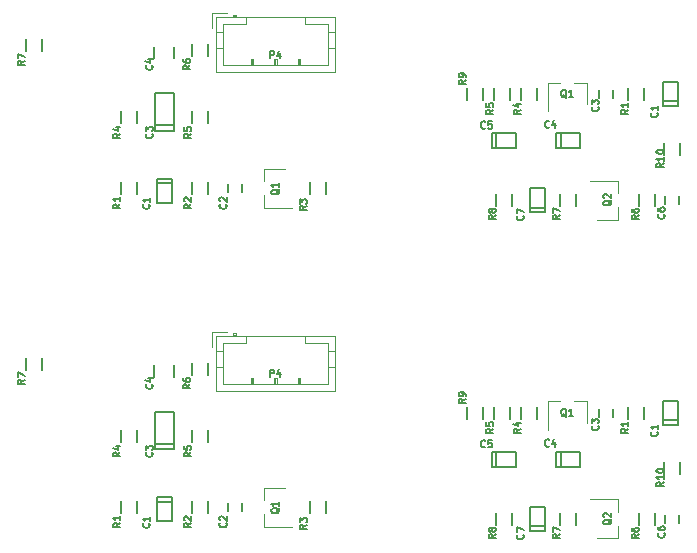
<source format=gto>
%MOIN*%
%OFA0B0*%
%FSLAX46Y46*%
%IPPOS*%
%LPD*%
%ADD10C,0.0039370078740157488*%
%ADD11C,0.005905511811023622*%
%ADD12C,0.0047244094488188976*%
%ADD23C,0.0039370078740157488*%
%ADD24C,0.005905511811023622*%
%ADD25C,0.0047244094488188976*%
%ADD26C,0.0039370078740157488*%
%ADD27C,0.005905511811023622*%
%ADD28C,0.0047244094488188976*%
%ADD29C,0.0039370078740157488*%
%ADD30C,0.005905511811023622*%
%ADD31C,0.0047244094488188976*%
G01G01*
D10*
D11*
X0000420275Y0000649606D02*
X0000420275Y0000610236D01*
X0000367125Y0000610236D02*
X0000367125Y0000649606D01*
D12*
X0000683261Y0000964748D02*
X0000683261Y0000779709D01*
X0000683261Y0000779709D02*
X0001080899Y0000779709D01*
X0001080899Y0000779709D02*
X0001080899Y0000964748D01*
X0001080899Y0000964748D02*
X0000683261Y0000964748D01*
X0000783655Y0000964748D02*
X0000783655Y0000941126D01*
X0000783655Y0000941126D02*
X0000706883Y0000941126D01*
X0000706883Y0000941126D02*
X0000706883Y0000803331D01*
X0000706883Y0000803331D02*
X0001057277Y0000803331D01*
X0001057277Y0000803331D02*
X0001057277Y0000941126D01*
X0001057277Y0000941126D02*
X0000980505Y0000941126D01*
X0000980505Y0000941126D02*
X0000980505Y0000964748D01*
X0000683261Y0000913567D02*
X0000706883Y0000913567D01*
X0000683261Y0000862386D02*
X0000706883Y0000862386D01*
X0001080899Y0000913567D02*
X0001057277Y0000913567D01*
X0001080899Y0000862386D02*
X0001057277Y0000862386D01*
X0000752159Y0000964748D02*
X0000752159Y0000972622D01*
X0000752159Y0000972622D02*
X0000740348Y0000972622D01*
X0000740348Y0000972622D02*
X0000740348Y0000964748D01*
X0000752159Y0000968685D02*
X0000740348Y0000968685D01*
X0000799403Y0000803331D02*
X0000799403Y0000823016D01*
X0000799403Y0000823016D02*
X0000807277Y0000823016D01*
X0000807277Y0000823016D02*
X0000807277Y0000803331D01*
X0000803340Y0000803331D02*
X0000803340Y0000823016D01*
X0000878143Y0000803331D02*
X0000878143Y0000823016D01*
X0000878143Y0000823016D02*
X0000886017Y0000823016D01*
X0000886017Y0000823016D02*
X0000886017Y0000803331D01*
X0000882080Y0000803331D02*
X0000882080Y0000823016D01*
X0000956883Y0000803331D02*
X0000956883Y0000823016D01*
X0000956883Y0000823016D02*
X0000964757Y0000823016D01*
X0000964757Y0000823016D02*
X0000964757Y0000803331D01*
X0000960820Y0000803331D02*
X0000960820Y0000823016D01*
X0000720663Y0000976559D02*
X0000671450Y0000976559D01*
X0000671450Y0000976559D02*
X0000671450Y0000927347D01*
D11*
X0000420275Y0000413385D02*
X0000420275Y0000374015D01*
X0000367125Y0000374015D02*
X0000367125Y0000413385D01*
X0000771653Y0000407480D02*
X0000771653Y0000379921D01*
X0000724409Y0000379921D02*
X0000724409Y0000407480D01*
D12*
X0000938976Y0000328740D02*
X0000844488Y0000328740D01*
X0000844488Y0000328740D02*
X0000844488Y0000370078D01*
X0000915354Y0000458661D02*
X0000844488Y0000458661D01*
X0000844488Y0000458661D02*
X0000844488Y0000417322D01*
D11*
X0000603346Y0000374015D02*
X0000603346Y0000413385D01*
X0000656496Y0000413385D02*
X0000656496Y0000374015D01*
X0000997047Y0000374015D02*
X0000997047Y0000413385D01*
X0001050196Y0000413385D02*
X0001050196Y0000374015D01*
X0000603346Y0000610236D02*
X0000603346Y0000649606D01*
X0000656496Y0000649606D02*
X0000656496Y0000610236D01*
X0000656496Y0000874015D02*
X0000656496Y0000834645D01*
X0000603346Y0000834645D02*
X0000603346Y0000874015D01*
X0000105314Y0000889763D02*
X0000105314Y0000850393D01*
X0000052165Y0000850393D02*
X0000052165Y0000889763D01*
X0000545275Y0000826771D02*
X0000545275Y0000866141D01*
X0000478346Y0000866141D02*
X0000478346Y0000826771D01*
X0000479965Y0000603847D02*
X0000543965Y0000603847D01*
X0000543965Y0000711847D02*
X0000479965Y0000711847D01*
X0000479965Y0000711847D02*
X0000479965Y0000585847D01*
X0000479965Y0000585847D02*
X0000543965Y0000585847D01*
X0000543965Y0000585847D02*
X0000543965Y0000711847D01*
X0000486965Y0000411012D02*
X0000536965Y0000411012D01*
X0000486965Y0000346012D02*
X0000536965Y0000346012D01*
X0000536965Y0000346012D02*
X0000536965Y0000426012D01*
X0000536965Y0000426012D02*
X0000486965Y0000426012D01*
X0000486965Y0000426012D02*
X0000486965Y0000346012D01*
X0000365016Y0000576013D02*
X0000353768Y0000568139D01*
X0000365016Y0000562514D02*
X0000341394Y0000562514D01*
X0000341394Y0000571513D01*
X0000342519Y0000573763D01*
X0000343644Y0000574888D01*
X0000345894Y0000576013D01*
X0000349268Y0000576013D01*
X0000351518Y0000574888D01*
X0000352643Y0000573763D01*
X0000353768Y0000571513D01*
X0000353768Y0000562514D01*
X0000349268Y0000596260D02*
X0000365016Y0000596260D01*
X0000340269Y0000590636D02*
X0000357142Y0000585012D01*
X0000357142Y0000599635D01*
X0000864645Y0000828078D02*
X0000864645Y0000851700D01*
X0000873644Y0000851700D01*
X0000875893Y0000850575D01*
X0000877018Y0000849450D01*
X0000878143Y0000847200D01*
X0000878143Y0000843826D01*
X0000877018Y0000841576D01*
X0000875893Y0000840451D01*
X0000873644Y0000839326D01*
X0000864645Y0000839326D01*
X0000898390Y0000843826D02*
X0000898390Y0000828078D01*
X0000892766Y0000852825D02*
X0000887142Y0000835952D01*
X0000901765Y0000835952D01*
X0000365016Y0000340551D02*
X0000353768Y0000332677D01*
X0000365016Y0000327052D02*
X0000341394Y0000327052D01*
X0000341394Y0000336051D01*
X0000342519Y0000338301D01*
X0000343644Y0000339426D01*
X0000345894Y0000340551D01*
X0000349268Y0000340551D01*
X0000351518Y0000339426D01*
X0000352643Y0000338301D01*
X0000353768Y0000336051D01*
X0000353768Y0000327052D01*
X0000365016Y0000363048D02*
X0000365016Y0000349550D01*
X0000365016Y0000356299D02*
X0000341394Y0000356299D01*
X0000344769Y0000354049D01*
X0000347019Y0000351799D01*
X0000348143Y0000349550D01*
X0000717097Y0000340551D02*
X0000718222Y0000339426D01*
X0000719347Y0000336051D01*
X0000719347Y0000333802D01*
X0000718222Y0000330427D01*
X0000715972Y0000328177D01*
X0000713723Y0000327052D01*
X0000709223Y0000325927D01*
X0000705849Y0000325927D01*
X0000701349Y0000327052D01*
X0000699100Y0000328177D01*
X0000696850Y0000330427D01*
X0000695725Y0000333802D01*
X0000695725Y0000336051D01*
X0000696850Y0000339426D01*
X0000697975Y0000340551D01*
X0000697975Y0000349550D02*
X0000696850Y0000350674D01*
X0000695725Y0000352924D01*
X0000695725Y0000358548D01*
X0000696850Y0000360798D01*
X0000697975Y0000361923D01*
X0000700224Y0000363048D01*
X0000702474Y0000363048D01*
X0000705849Y0000361923D01*
X0000719347Y0000348425D01*
X0000719347Y0000363048D01*
X0000894825Y0000390466D02*
X0000893700Y0000388217D01*
X0000891451Y0000385967D01*
X0000888076Y0000382592D01*
X0000886951Y0000380343D01*
X0000886951Y0000378093D01*
X0000892575Y0000379218D02*
X0000891451Y0000376968D01*
X0000889201Y0000374718D01*
X0000884701Y0000373593D01*
X0000876827Y0000373593D01*
X0000872328Y0000374718D01*
X0000870078Y0000376968D01*
X0000868953Y0000379218D01*
X0000868953Y0000383717D01*
X0000870078Y0000385967D01*
X0000872328Y0000388217D01*
X0000876827Y0000389341D01*
X0000884701Y0000389341D01*
X0000889201Y0000388217D01*
X0000891451Y0000385967D01*
X0000892575Y0000383717D01*
X0000892575Y0000379218D01*
X0000892575Y0000411839D02*
X0000892575Y0000398340D01*
X0000892575Y0000405089D02*
X0000868953Y0000405089D01*
X0000872328Y0000402840D01*
X0000874578Y0000400590D01*
X0000875702Y0000398340D01*
X0000601237Y0000340551D02*
X0000589988Y0000332677D01*
X0000601237Y0000327052D02*
X0000577615Y0000327052D01*
X0000577615Y0000336051D01*
X0000578740Y0000338301D01*
X0000579864Y0000339426D01*
X0000582114Y0000340551D01*
X0000585489Y0000340551D01*
X0000587739Y0000339426D01*
X0000588863Y0000338301D01*
X0000589988Y0000336051D01*
X0000589988Y0000327052D01*
X0000579864Y0000349550D02*
X0000578740Y0000350674D01*
X0000577615Y0000352924D01*
X0000577615Y0000358548D01*
X0000578740Y0000360798D01*
X0000579864Y0000361923D01*
X0000582114Y0000363048D01*
X0000584364Y0000363048D01*
X0000587739Y0000361923D01*
X0000601237Y0000348425D01*
X0000601237Y0000363048D01*
X0000987064Y0000334645D02*
X0000975815Y0000326771D01*
X0000987064Y0000321147D02*
X0000963442Y0000321147D01*
X0000963442Y0000330146D01*
X0000964566Y0000332395D01*
X0000965691Y0000333520D01*
X0000967941Y0000334645D01*
X0000971316Y0000334645D01*
X0000973565Y0000333520D01*
X0000974690Y0000332395D01*
X0000975815Y0000330146D01*
X0000975815Y0000321147D01*
X0000963442Y0000342519D02*
X0000963442Y0000357142D01*
X0000972440Y0000349268D01*
X0000972440Y0000352643D01*
X0000973565Y0000354893D01*
X0000974690Y0000356017D01*
X0000976940Y0000357142D01*
X0000982564Y0000357142D01*
X0000984814Y0000356017D01*
X0000985939Y0000354893D01*
X0000987064Y0000352643D01*
X0000987064Y0000345894D01*
X0000985939Y0000343644D01*
X0000984814Y0000342519D01*
X0000601237Y0000576013D02*
X0000589988Y0000568139D01*
X0000601237Y0000562514D02*
X0000577615Y0000562514D01*
X0000577615Y0000571513D01*
X0000578740Y0000573763D01*
X0000579864Y0000574888D01*
X0000582114Y0000576013D01*
X0000585489Y0000576013D01*
X0000587739Y0000574888D01*
X0000588863Y0000573763D01*
X0000589988Y0000571513D01*
X0000589988Y0000562514D01*
X0000577615Y0000597385D02*
X0000577615Y0000586137D01*
X0000588863Y0000585012D01*
X0000587739Y0000586137D01*
X0000586614Y0000588386D01*
X0000586614Y0000594011D01*
X0000587739Y0000596260D01*
X0000588863Y0000597385D01*
X0000591113Y0000598510D01*
X0000596737Y0000598510D01*
X0000598987Y0000597385D01*
X0000600112Y0000596260D01*
X0000601237Y0000594011D01*
X0000601237Y0000588386D01*
X0000600112Y0000586137D01*
X0000598987Y0000585012D01*
X0000597300Y0000803149D02*
X0000586051Y0000795275D01*
X0000597300Y0000789651D02*
X0000573678Y0000789651D01*
X0000573678Y0000798650D01*
X0000574803Y0000800899D01*
X0000575927Y0000802024D01*
X0000578177Y0000803149D01*
X0000581552Y0000803149D01*
X0000583802Y0000802024D01*
X0000584926Y0000800899D01*
X0000586051Y0000798650D01*
X0000586051Y0000789651D01*
X0000573678Y0000823397D02*
X0000573678Y0000818897D01*
X0000574803Y0000816647D01*
X0000575927Y0000815523D01*
X0000579302Y0000813273D01*
X0000583802Y0000812148D01*
X0000592800Y0000812148D01*
X0000595050Y0000813273D01*
X0000596175Y0000814398D01*
X0000597300Y0000816647D01*
X0000597300Y0000821147D01*
X0000596175Y0000823397D01*
X0000595050Y0000824521D01*
X0000592800Y0000825646D01*
X0000587176Y0000825646D01*
X0000584926Y0000824521D01*
X0000583802Y0000823397D01*
X0000582677Y0000821147D01*
X0000582677Y0000816647D01*
X0000583802Y0000814398D01*
X0000584926Y0000813273D01*
X0000587176Y0000812148D01*
X0000046119Y0000818897D02*
X0000034870Y0000811023D01*
X0000046119Y0000805399D02*
X0000022497Y0000805399D01*
X0000022497Y0000814398D01*
X0000023622Y0000816647D01*
X0000024746Y0000817772D01*
X0000026996Y0000818897D01*
X0000030371Y0000818897D01*
X0000032620Y0000817772D01*
X0000033745Y0000816647D01*
X0000034870Y0000814398D01*
X0000034870Y0000805399D01*
X0000022497Y0000826771D02*
X0000022497Y0000842519D01*
X0000046119Y0000832395D01*
X0000471034Y0000803149D02*
X0000472159Y0000802024D01*
X0000473284Y0000798650D01*
X0000473284Y0000796400D01*
X0000472159Y0000793025D01*
X0000469909Y0000790776D01*
X0000467660Y0000789651D01*
X0000463160Y0000788526D01*
X0000459786Y0000788526D01*
X0000455286Y0000789651D01*
X0000453037Y0000790776D01*
X0000450787Y0000793025D01*
X0000449662Y0000796400D01*
X0000449662Y0000798650D01*
X0000450787Y0000802024D01*
X0000451912Y0000803149D01*
X0000457536Y0000823397D02*
X0000473284Y0000823397D01*
X0000448537Y0000817772D02*
X0000465410Y0000812148D01*
X0000465410Y0000826771D01*
X0000471189Y0000576013D02*
X0000472314Y0000574888D01*
X0000473438Y0000571513D01*
X0000473438Y0000569264D01*
X0000472314Y0000565889D01*
X0000470064Y0000563639D01*
X0000467814Y0000562514D01*
X0000463315Y0000561390D01*
X0000459940Y0000561390D01*
X0000455441Y0000562514D01*
X0000453191Y0000563639D01*
X0000450941Y0000565889D01*
X0000449816Y0000569264D01*
X0000449816Y0000571513D01*
X0000450941Y0000574888D01*
X0000452066Y0000576013D01*
X0000449816Y0000583887D02*
X0000449816Y0000598510D01*
X0000458815Y0000590636D01*
X0000458815Y0000594011D01*
X0000459940Y0000596260D01*
X0000461065Y0000597385D01*
X0000463315Y0000598510D01*
X0000468939Y0000598510D01*
X0000471189Y0000597385D01*
X0000472314Y0000596260D01*
X0000473438Y0000594011D01*
X0000473438Y0000587261D01*
X0000472314Y0000585012D01*
X0000471189Y0000583887D01*
X0000461346Y0000339792D02*
X0000462471Y0000338667D01*
X0000463596Y0000335293D01*
X0000463596Y0000333043D01*
X0000462471Y0000329669D01*
X0000460221Y0000327419D01*
X0000457972Y0000326294D01*
X0000453472Y0000325169D01*
X0000450098Y0000325169D01*
X0000445598Y0000326294D01*
X0000443348Y0000327419D01*
X0000441099Y0000329669D01*
X0000439974Y0000333043D01*
X0000439974Y0000335293D01*
X0000441099Y0000338667D01*
X0000442224Y0000339792D01*
X0000463596Y0000362290D02*
X0000463596Y0000348791D01*
X0000463596Y0000355540D02*
X0000439974Y0000355540D01*
X0000443348Y0000353291D01*
X0000445598Y0000351041D01*
X0000446723Y0000348791D01*
G04 next file*
G04 #@! TF.FileFunction,Legend,Top*
G04 Gerber Fmt 4.6, Leading zero omitted, Abs format (unit mm)*
G04 Created by KiCad (PCBNEW 4.0.4-1.fc24-product) date Mon Apr 30 14:16:04 2018*
G01G01*
G04 APERTURE LIST*
G04 APERTURE END LIST*
D23*
D24*
X0001960629Y0000694881D02*
X0001960629Y0000722440D01*
X0002007874Y0000722440D02*
X0002007874Y0000694881D01*
D25*
X0001931102Y0000419291D02*
X0002025590Y0000419291D01*
X0002025590Y0000419291D02*
X0002025590Y0000377952D01*
X0001954724Y0000289370D02*
X0002025590Y0000289370D01*
X0002025590Y0000289370D02*
X0002025590Y0000330708D01*
D24*
X0001833267Y0000526181D02*
X0001833267Y0000576181D01*
X0001898267Y0000526181D02*
X0001898267Y0000576181D01*
X0001898267Y0000576181D02*
X0001818267Y0000576181D01*
X0001818267Y0000576181D02*
X0001818267Y0000526181D01*
X0001818267Y0000526181D02*
X0001898267Y0000526181D01*
D25*
X0001789370Y0000651574D02*
X0001789370Y0000746062D01*
X0001789370Y0000746062D02*
X0001830708Y0000746062D01*
X0001919291Y0000675196D02*
X0001919291Y0000746062D01*
X0001919291Y0000746062D02*
X0001877952Y0000746062D01*
D24*
X0001701771Y0000688976D02*
X0001701771Y0000728346D01*
X0001754921Y0000728346D02*
X0001754921Y0000688976D01*
X0002225787Y0000683661D02*
X0002175787Y0000683661D01*
X0002225787Y0000748661D02*
X0002175787Y0000748661D01*
X0002175787Y0000748661D02*
X0002175787Y0000668661D01*
X0002175787Y0000668661D02*
X0002225787Y0000668661D01*
X0002225787Y0000668661D02*
X0002225787Y0000748661D01*
X0002228346Y0000368110D02*
X0002228346Y0000340551D01*
X0002181102Y0000340551D02*
X0002181102Y0000368110D01*
X0001780905Y0000329330D02*
X0001730905Y0000329330D01*
X0001780905Y0000394330D02*
X0001730905Y0000394330D01*
X0001730905Y0000394330D02*
X0001730905Y0000314330D01*
X0001730905Y0000314330D02*
X0001780905Y0000314330D01*
X0001780905Y0000314330D02*
X0001780905Y0000394330D01*
X0002109251Y0000728346D02*
X0002109251Y0000688976D01*
X0002056102Y0000688976D02*
X0002056102Y0000728346D01*
X0001611220Y0000688976D02*
X0001611220Y0000728346D01*
X0001664370Y0000728346D02*
X0001664370Y0000688976D01*
X0002095472Y0000334645D02*
X0002095472Y0000374015D01*
X0002148622Y0000374015D02*
X0002148622Y0000334645D01*
X0001884842Y0000374015D02*
X0001884842Y0000334645D01*
X0001831692Y0000334645D02*
X0001831692Y0000374015D01*
X0001672244Y0000374015D02*
X0001672244Y0000334645D01*
X0001619094Y0000334645D02*
X0001619094Y0000374015D01*
X0001520669Y0000688976D02*
X0001520669Y0000728346D01*
X0001573818Y0000728346D02*
X0001573818Y0000688976D01*
X0002178149Y0000503936D02*
X0002178149Y0000543307D01*
X0002231299Y0000543307D02*
X0002231299Y0000503936D01*
X0001619119Y0000526210D02*
X0001619119Y0000576210D01*
X0001684119Y0000526210D02*
X0001684119Y0000576210D01*
X0001684119Y0000576210D02*
X0001604119Y0000576210D01*
X0001604119Y0000576210D02*
X0001604119Y0000526210D01*
X0001604119Y0000526210D02*
X0001684119Y0000526210D01*
X0001957255Y0000665354D02*
X0001958380Y0000664229D01*
X0001959505Y0000660854D01*
X0001959505Y0000658605D01*
X0001958380Y0000655230D01*
X0001956130Y0000652980D01*
X0001953880Y0000651855D01*
X0001949381Y0000650731D01*
X0001946006Y0000650731D01*
X0001941507Y0000651855D01*
X0001939257Y0000652980D01*
X0001937007Y0000655230D01*
X0001935882Y0000658605D01*
X0001935882Y0000660854D01*
X0001937007Y0000664229D01*
X0001938132Y0000665354D01*
X0001935882Y0000673228D02*
X0001935882Y0000687851D01*
X0001944881Y0000679977D01*
X0001944881Y0000683352D01*
X0001946006Y0000685601D01*
X0001947131Y0000686726D01*
X0001949381Y0000687851D01*
X0001955005Y0000687851D01*
X0001957255Y0000686726D01*
X0001958380Y0000685601D01*
X0001959505Y0000683352D01*
X0001959505Y0000676602D01*
X0001958380Y0000674353D01*
X0001957255Y0000673228D01*
X0002001481Y0000353065D02*
X0002000356Y0000350815D01*
X0001998106Y0000348565D01*
X0001994731Y0000345191D01*
X0001993607Y0000342941D01*
X0001993607Y0000340691D01*
X0001999231Y0000341816D02*
X0001998106Y0000339566D01*
X0001995856Y0000337317D01*
X0001991357Y0000336192D01*
X0001983483Y0000336192D01*
X0001978983Y0000337317D01*
X0001976734Y0000339566D01*
X0001975609Y0000341816D01*
X0001975609Y0000346316D01*
X0001976734Y0000348565D01*
X0001978983Y0000350815D01*
X0001983483Y0000351940D01*
X0001991357Y0000351940D01*
X0001995856Y0000350815D01*
X0001998106Y0000348565D01*
X0001999231Y0000346316D01*
X0001999231Y0000341816D01*
X0001977858Y0000360939D02*
X0001976734Y0000362064D01*
X0001975609Y0000364313D01*
X0001975609Y0000369938D01*
X0001976734Y0000372187D01*
X0001977858Y0000373312D01*
X0001980108Y0000374437D01*
X0001982358Y0000374437D01*
X0001985733Y0000373312D01*
X0001999231Y0000359814D01*
X0001999231Y0000374437D01*
X0001795275Y0000597862D02*
X0001794150Y0000596737D01*
X0001790776Y0000595612D01*
X0001788526Y0000595612D01*
X0001785151Y0000596737D01*
X0001782902Y0000598987D01*
X0001781777Y0000601237D01*
X0001780652Y0000605736D01*
X0001780652Y0000609111D01*
X0001781777Y0000613610D01*
X0001782902Y0000615860D01*
X0001785151Y0000618110D01*
X0001788526Y0000619235D01*
X0001790776Y0000619235D01*
X0001794150Y0000618110D01*
X0001795275Y0000616985D01*
X0001815523Y0000611361D02*
X0001815523Y0000595612D01*
X0001809898Y0000620359D02*
X0001804274Y0000603487D01*
X0001818897Y0000603487D01*
X0001852080Y0000695725D02*
X0001849831Y0000696850D01*
X0001847581Y0000699100D01*
X0001844206Y0000702474D01*
X0001841957Y0000703599D01*
X0001839707Y0000703599D01*
X0001840832Y0000697975D02*
X0001838582Y0000699100D01*
X0001836332Y0000701349D01*
X0001835208Y0000705849D01*
X0001835208Y0000713723D01*
X0001836332Y0000718222D01*
X0001838582Y0000720472D01*
X0001840832Y0000721597D01*
X0001845331Y0000721597D01*
X0001847581Y0000720472D01*
X0001849831Y0000718222D01*
X0001850956Y0000713723D01*
X0001850956Y0000705849D01*
X0001849831Y0000701349D01*
X0001847581Y0000699100D01*
X0001845331Y0000697975D01*
X0001840832Y0000697975D01*
X0001873453Y0000697975D02*
X0001859954Y0000697975D01*
X0001866704Y0000697975D02*
X0001866704Y0000721597D01*
X0001864454Y0000718222D01*
X0001862204Y0000715972D01*
X0001859954Y0000714848D01*
X0001699662Y0000655511D02*
X0001688413Y0000647637D01*
X0001699662Y0000642013D02*
X0001676040Y0000642013D01*
X0001676040Y0000651012D01*
X0001677165Y0000653262D01*
X0001678290Y0000654386D01*
X0001680539Y0000655511D01*
X0001683914Y0000655511D01*
X0001686164Y0000654386D01*
X0001687289Y0000653262D01*
X0001688413Y0000651012D01*
X0001688413Y0000642013D01*
X0001683914Y0000675759D02*
X0001699662Y0000675759D01*
X0001674915Y0000670134D02*
X0001691788Y0000664510D01*
X0001691788Y0000679133D01*
X0002154105Y0000645669D02*
X0002155230Y0000644544D01*
X0002156355Y0000641169D01*
X0002156355Y0000638920D01*
X0002155230Y0000635545D01*
X0002152980Y0000633295D01*
X0002150731Y0000632170D01*
X0002146231Y0000631046D01*
X0002142857Y0000631046D01*
X0002138357Y0000632170D01*
X0002136107Y0000633295D01*
X0002133858Y0000635545D01*
X0002132733Y0000638920D01*
X0002132733Y0000641169D01*
X0002133858Y0000644544D01*
X0002134983Y0000645669D01*
X0002156355Y0000668166D02*
X0002156355Y0000654668D01*
X0002156355Y0000661417D02*
X0002132733Y0000661417D01*
X0002136107Y0000659167D01*
X0002138357Y0000656917D01*
X0002139482Y0000654668D01*
X0002177727Y0000307086D02*
X0002178852Y0000305961D01*
X0002179977Y0000302587D01*
X0002179977Y0000300337D01*
X0002178852Y0000296962D01*
X0002176602Y0000294713D01*
X0002174353Y0000293588D01*
X0002169853Y0000292463D01*
X0002166479Y0000292463D01*
X0002161979Y0000293588D01*
X0002159730Y0000294713D01*
X0002157480Y0000296962D01*
X0002156355Y0000300337D01*
X0002156355Y0000302587D01*
X0002157480Y0000305961D01*
X0002158605Y0000307086D01*
X0002156355Y0000327334D02*
X0002156355Y0000322834D01*
X0002157480Y0000320584D01*
X0002158605Y0000319460D01*
X0002161979Y0000317210D01*
X0002166479Y0000316085D01*
X0002175478Y0000316085D01*
X0002177727Y0000317210D01*
X0002178852Y0000318335D01*
X0002179977Y0000320584D01*
X0002179977Y0000325084D01*
X0002178852Y0000327334D01*
X0002177727Y0000328458D01*
X0002175478Y0000329583D01*
X0002169853Y0000329583D01*
X0002167604Y0000328458D01*
X0002166479Y0000327334D01*
X0002165354Y0000325084D01*
X0002165354Y0000320584D01*
X0002166479Y0000318335D01*
X0002167604Y0000317210D01*
X0002169853Y0000316085D01*
X0001707255Y0000302362D02*
X0001708380Y0000301237D01*
X0001709505Y0000297862D01*
X0001709505Y0000295613D01*
X0001708380Y0000292238D01*
X0001706130Y0000289988D01*
X0001703880Y0000288863D01*
X0001699381Y0000287739D01*
X0001696006Y0000287739D01*
X0001691507Y0000288863D01*
X0001689257Y0000289988D01*
X0001687007Y0000292238D01*
X0001685882Y0000295613D01*
X0001685882Y0000297862D01*
X0001687007Y0000301237D01*
X0001688132Y0000302362D01*
X0001685882Y0000310236D02*
X0001685882Y0000325984D01*
X0001709505Y0000315860D01*
X0002057930Y0000655511D02*
X0002046681Y0000647637D01*
X0002057930Y0000642013D02*
X0002034308Y0000642013D01*
X0002034308Y0000651012D01*
X0002035433Y0000653262D01*
X0002036557Y0000654386D01*
X0002038807Y0000655511D01*
X0002042182Y0000655511D01*
X0002044431Y0000654386D01*
X0002045556Y0000653262D01*
X0002046681Y0000651012D01*
X0002046681Y0000642013D01*
X0002057930Y0000678009D02*
X0002057930Y0000664510D01*
X0002057930Y0000671259D02*
X0002034308Y0000671259D01*
X0002037682Y0000669010D01*
X0002039932Y0000666760D01*
X0002041057Y0000664510D01*
X0001609111Y0000655511D02*
X0001597862Y0000647637D01*
X0001609111Y0000642013D02*
X0001585489Y0000642013D01*
X0001585489Y0000651012D01*
X0001586614Y0000653262D01*
X0001587739Y0000654386D01*
X0001589988Y0000655511D01*
X0001593363Y0000655511D01*
X0001595613Y0000654386D01*
X0001596737Y0000653262D01*
X0001597862Y0000651012D01*
X0001597862Y0000642013D01*
X0001585489Y0000676884D02*
X0001585489Y0000665635D01*
X0001596737Y0000664510D01*
X0001595613Y0000665635D01*
X0001594488Y0000667885D01*
X0001594488Y0000673509D01*
X0001595613Y0000675759D01*
X0001596737Y0000676884D01*
X0001598987Y0000678009D01*
X0001604611Y0000678009D01*
X0001606861Y0000676884D01*
X0001607986Y0000675759D01*
X0001609111Y0000673509D01*
X0001609111Y0000667885D01*
X0001607986Y0000665635D01*
X0001606861Y0000664510D01*
X0002093363Y0000303149D02*
X0002082114Y0000295275D01*
X0002093363Y0000289651D02*
X0002069741Y0000289651D01*
X0002069741Y0000298650D01*
X0002070866Y0000300899D01*
X0002071990Y0000302024D01*
X0002074240Y0000303149D01*
X0002077615Y0000303149D01*
X0002079864Y0000302024D01*
X0002080989Y0000300899D01*
X0002082114Y0000298650D01*
X0002082114Y0000289651D01*
X0002069741Y0000323397D02*
X0002069741Y0000318897D01*
X0002070866Y0000316647D01*
X0002071990Y0000315523D01*
X0002075365Y0000313273D01*
X0002079864Y0000312148D01*
X0002088863Y0000312148D01*
X0002091113Y0000313273D01*
X0002092238Y0000314398D01*
X0002093363Y0000316647D01*
X0002093363Y0000321147D01*
X0002092238Y0000323397D01*
X0002091113Y0000324521D01*
X0002088863Y0000325646D01*
X0002083239Y0000325646D01*
X0002080989Y0000324521D01*
X0002079864Y0000323397D01*
X0002078740Y0000321147D01*
X0002078740Y0000316647D01*
X0002079864Y0000314398D01*
X0002080989Y0000313273D01*
X0002083239Y0000312148D01*
X0001829583Y0000303149D02*
X0001818335Y0000295275D01*
X0001829583Y0000289651D02*
X0001805961Y0000289651D01*
X0001805961Y0000298650D01*
X0001807086Y0000300899D01*
X0001808211Y0000302024D01*
X0001810461Y0000303149D01*
X0001813835Y0000303149D01*
X0001816085Y0000302024D01*
X0001817210Y0000300899D01*
X0001818335Y0000298650D01*
X0001818335Y0000289651D01*
X0001805961Y0000311023D02*
X0001805961Y0000326771D01*
X0001829583Y0000316647D01*
X0001616591Y0000303149D02*
X0001605343Y0000295275D01*
X0001616591Y0000289651D02*
X0001592969Y0000289651D01*
X0001592969Y0000298650D01*
X0001594094Y0000300899D01*
X0001595219Y0000302024D01*
X0001597469Y0000303149D01*
X0001600843Y0000303149D01*
X0001603093Y0000302024D01*
X0001604218Y0000300899D01*
X0001605343Y0000298650D01*
X0001605343Y0000289651D01*
X0001603093Y0000316647D02*
X0001601968Y0000314398D01*
X0001600843Y0000313273D01*
X0001598593Y0000312148D01*
X0001597469Y0000312148D01*
X0001595219Y0000313273D01*
X0001594094Y0000314398D01*
X0001592969Y0000316647D01*
X0001592969Y0000321147D01*
X0001594094Y0000323397D01*
X0001595219Y0000324521D01*
X0001597469Y0000325646D01*
X0001598593Y0000325646D01*
X0001600843Y0000324521D01*
X0001601968Y0000323397D01*
X0001603093Y0000321147D01*
X0001603093Y0000316647D01*
X0001604218Y0000314398D01*
X0001605343Y0000313273D01*
X0001607592Y0000312148D01*
X0001612092Y0000312148D01*
X0001614341Y0000313273D01*
X0001615466Y0000314398D01*
X0001616591Y0000316647D01*
X0001616591Y0000321147D01*
X0001615466Y0000323397D01*
X0001614341Y0000324521D01*
X0001612092Y0000325646D01*
X0001607592Y0000325646D01*
X0001605343Y0000324521D01*
X0001604218Y0000323397D01*
X0001603093Y0000321147D01*
X0001516591Y0000753937D02*
X0001505343Y0000746062D01*
X0001516591Y0000740438D02*
X0001492969Y0000740438D01*
X0001492969Y0000749437D01*
X0001494094Y0000751687D01*
X0001495219Y0000752812D01*
X0001497469Y0000753937D01*
X0001500843Y0000753937D01*
X0001503093Y0000752812D01*
X0001504218Y0000751687D01*
X0001505343Y0000749437D01*
X0001505343Y0000740438D01*
X0001516591Y0000765185D02*
X0001516591Y0000769685D01*
X0001515466Y0000771934D01*
X0001514341Y0000773059D01*
X0001510967Y0000775309D01*
X0001506467Y0000776434D01*
X0001497469Y0000776434D01*
X0001495219Y0000775309D01*
X0001494094Y0000774184D01*
X0001492969Y0000771934D01*
X0001492969Y0000767435D01*
X0001494094Y0000765185D01*
X0001495219Y0000764060D01*
X0001497469Y0000762935D01*
X0001503093Y0000762935D01*
X0001505343Y0000764060D01*
X0001506467Y0000765185D01*
X0001507592Y0000767435D01*
X0001507592Y0000771934D01*
X0001506467Y0000774184D01*
X0001505343Y0000775309D01*
X0001503093Y0000776434D01*
X0002176040Y0000476940D02*
X0002164791Y0000469066D01*
X0002176040Y0000463442D02*
X0002152418Y0000463442D01*
X0002152418Y0000472440D01*
X0002153543Y0000474690D01*
X0002154668Y0000475815D01*
X0002156917Y0000476940D01*
X0002160292Y0000476940D01*
X0002162542Y0000475815D01*
X0002163667Y0000474690D01*
X0002164791Y0000472440D01*
X0002164791Y0000463442D01*
X0002176040Y0000499437D02*
X0002176040Y0000485939D01*
X0002176040Y0000492688D02*
X0002152418Y0000492688D01*
X0002155793Y0000490438D01*
X0002158042Y0000488188D01*
X0002159167Y0000485939D01*
X0002152418Y0000514060D02*
X0002152418Y0000516310D01*
X0002153543Y0000518560D01*
X0002154668Y0000519685D01*
X0002156917Y0000520809D01*
X0002161417Y0000521934D01*
X0002167041Y0000521934D01*
X0002171541Y0000520809D01*
X0002173790Y0000519685D01*
X0002174915Y0000518560D01*
X0002176040Y0000516310D01*
X0002176040Y0000514060D01*
X0002174915Y0000511811D01*
X0002173790Y0000510686D01*
X0002171541Y0000509561D01*
X0002167041Y0000508436D01*
X0002161417Y0000508436D01*
X0002156917Y0000509561D01*
X0002154668Y0000510686D01*
X0002153543Y0000511811D01*
X0002152418Y0000514060D01*
X0001581545Y0000594968D02*
X0001580420Y0000593843D01*
X0001577046Y0000592718D01*
X0001574796Y0000592718D01*
X0001571421Y0000593843D01*
X0001569172Y0000596093D01*
X0001568047Y0000598342D01*
X0001566922Y0000602842D01*
X0001566922Y0000606216D01*
X0001568047Y0000610716D01*
X0001569172Y0000612965D01*
X0001571421Y0000615215D01*
X0001574796Y0000616340D01*
X0001577046Y0000616340D01*
X0001580420Y0000615215D01*
X0001581545Y0000614090D01*
X0001602917Y0000616340D02*
X0001591669Y0000616340D01*
X0001590544Y0000605091D01*
X0001591669Y0000606216D01*
X0001593919Y0000607341D01*
X0001599543Y0000607341D01*
X0001601793Y0000606216D01*
X0001602917Y0000605091D01*
X0001604042Y0000602842D01*
X0001604042Y0000597217D01*
X0001602917Y0000594968D01*
X0001601793Y0000593843D01*
X0001599543Y0000592718D01*
X0001593919Y0000592718D01*
X0001591669Y0000593843D01*
X0001590544Y0000594968D01*
G04 next file*
G04 #@! TF.FileFunction,Legend,Top*
G04 Gerber Fmt 4.6, Leading zero omitted, Abs format (unit mm)*
G04 Created by KiCad (PCBNEW 4.0.4-1.fc24-product) date Mon Apr 30 14:12:17 2018*
G01G01*
G04 APERTURE LIST*
G04 APERTURE END LIST*
D26*
D27*
X0000420275Y0001712598D02*
X0000420275Y0001673228D01*
X0000367125Y0001673228D02*
X0000367125Y0001712598D01*
D28*
X0000683261Y0002027740D02*
X0000683261Y0001842701D01*
X0000683261Y0001842701D02*
X0001080899Y0001842701D01*
X0001080899Y0001842701D02*
X0001080899Y0002027740D01*
X0001080899Y0002027740D02*
X0000683261Y0002027740D01*
X0000783655Y0002027740D02*
X0000783655Y0002004118D01*
X0000783655Y0002004118D02*
X0000706883Y0002004118D01*
X0000706883Y0002004118D02*
X0000706883Y0001866323D01*
X0000706883Y0001866323D02*
X0001057277Y0001866323D01*
X0001057277Y0001866323D02*
X0001057277Y0002004118D01*
X0001057277Y0002004118D02*
X0000980505Y0002004118D01*
X0000980505Y0002004118D02*
X0000980505Y0002027740D01*
X0000683261Y0001976559D02*
X0000706883Y0001976559D01*
X0000683261Y0001925378D02*
X0000706883Y0001925378D01*
X0001080899Y0001976559D02*
X0001057277Y0001976559D01*
X0001080899Y0001925378D02*
X0001057277Y0001925378D01*
X0000752159Y0002027740D02*
X0000752159Y0002035614D01*
X0000752159Y0002035614D02*
X0000740348Y0002035614D01*
X0000740348Y0002035614D02*
X0000740348Y0002027740D01*
X0000752159Y0002031677D02*
X0000740348Y0002031677D01*
X0000799403Y0001866323D02*
X0000799403Y0001886008D01*
X0000799403Y0001886008D02*
X0000807277Y0001886008D01*
X0000807277Y0001886008D02*
X0000807277Y0001866323D01*
X0000803340Y0001866323D02*
X0000803340Y0001886008D01*
X0000878143Y0001866323D02*
X0000878143Y0001886008D01*
X0000878143Y0001886008D02*
X0000886017Y0001886008D01*
X0000886017Y0001886008D02*
X0000886017Y0001866323D01*
X0000882080Y0001866323D02*
X0000882080Y0001886008D01*
X0000956883Y0001866323D02*
X0000956883Y0001886008D01*
X0000956883Y0001886008D02*
X0000964757Y0001886008D01*
X0000964757Y0001886008D02*
X0000964757Y0001866323D01*
X0000960820Y0001866323D02*
X0000960820Y0001886008D01*
X0000720663Y0002039551D02*
X0000671450Y0002039551D01*
X0000671450Y0002039551D02*
X0000671450Y0001990339D01*
D27*
X0000420275Y0001476377D02*
X0000420275Y0001437007D01*
X0000367125Y0001437007D02*
X0000367125Y0001476377D01*
X0000771653Y0001470472D02*
X0000771653Y0001442913D01*
X0000724409Y0001442913D02*
X0000724409Y0001470472D01*
D28*
X0000938976Y0001391732D02*
X0000844488Y0001391732D01*
X0000844488Y0001391732D02*
X0000844488Y0001433070D01*
X0000915354Y0001521653D02*
X0000844488Y0001521653D01*
X0000844488Y0001521653D02*
X0000844488Y0001480314D01*
D27*
X0000603346Y0001437007D02*
X0000603346Y0001476377D01*
X0000656496Y0001476377D02*
X0000656496Y0001437007D01*
X0000997047Y0001437007D02*
X0000997047Y0001476377D01*
X0001050196Y0001476377D02*
X0001050196Y0001437007D01*
X0000603346Y0001673228D02*
X0000603346Y0001712598D01*
X0000656496Y0001712598D02*
X0000656496Y0001673228D01*
X0000656496Y0001937007D02*
X0000656496Y0001897637D01*
X0000603346Y0001897637D02*
X0000603346Y0001937007D01*
X0000105314Y0001952755D02*
X0000105314Y0001913385D01*
X0000052165Y0001913385D02*
X0000052165Y0001952755D01*
X0000545275Y0001889763D02*
X0000545275Y0001929133D01*
X0000478346Y0001929133D02*
X0000478346Y0001889763D01*
X0000479965Y0001666840D02*
X0000543965Y0001666840D01*
X0000543965Y0001774840D02*
X0000479965Y0001774840D01*
X0000479965Y0001774840D02*
X0000479965Y0001648840D01*
X0000479965Y0001648840D02*
X0000543965Y0001648840D01*
X0000543965Y0001648840D02*
X0000543965Y0001774840D01*
X0000486965Y0001474004D02*
X0000536965Y0001474004D01*
X0000486965Y0001409004D02*
X0000536965Y0001409004D01*
X0000536965Y0001409004D02*
X0000536965Y0001489004D01*
X0000536965Y0001489004D02*
X0000486965Y0001489004D01*
X0000486965Y0001489004D02*
X0000486965Y0001409004D01*
X0000365016Y0001639005D02*
X0000353768Y0001631131D01*
X0000365016Y0001625507D02*
X0000341394Y0001625507D01*
X0000341394Y0001634506D01*
X0000342519Y0001636755D01*
X0000343644Y0001637880D01*
X0000345894Y0001639005D01*
X0000349268Y0001639005D01*
X0000351518Y0001637880D01*
X0000352643Y0001636755D01*
X0000353768Y0001634506D01*
X0000353768Y0001625507D01*
X0000349268Y0001659252D02*
X0000365016Y0001659252D01*
X0000340269Y0001653628D02*
X0000357142Y0001648004D01*
X0000357142Y0001662627D01*
X0000864645Y0001891070D02*
X0000864645Y0001914692D01*
X0000873644Y0001914692D01*
X0000875893Y0001913567D01*
X0000877018Y0001912442D01*
X0000878143Y0001910192D01*
X0000878143Y0001906818D01*
X0000877018Y0001904568D01*
X0000875893Y0001903443D01*
X0000873644Y0001902318D01*
X0000864645Y0001902318D01*
X0000898390Y0001906818D02*
X0000898390Y0001891070D01*
X0000892766Y0001915817D02*
X0000887142Y0001898944D01*
X0000901765Y0001898944D01*
X0000365016Y0001403543D02*
X0000353768Y0001395669D01*
X0000365016Y0001390045D02*
X0000341394Y0001390045D01*
X0000341394Y0001399043D01*
X0000342519Y0001401293D01*
X0000343644Y0001402418D01*
X0000345894Y0001403543D01*
X0000349268Y0001403543D01*
X0000351518Y0001402418D01*
X0000352643Y0001401293D01*
X0000353768Y0001399043D01*
X0000353768Y0001390045D01*
X0000365016Y0001426040D02*
X0000365016Y0001412542D01*
X0000365016Y0001419291D02*
X0000341394Y0001419291D01*
X0000344769Y0001417041D01*
X0000347019Y0001414791D01*
X0000348143Y0001412542D01*
X0000717097Y0001403543D02*
X0000718222Y0001402418D01*
X0000719347Y0001399043D01*
X0000719347Y0001396794D01*
X0000718222Y0001393419D01*
X0000715972Y0001391169D01*
X0000713723Y0001390045D01*
X0000709223Y0001388920D01*
X0000705849Y0001388920D01*
X0000701349Y0001390045D01*
X0000699100Y0001391169D01*
X0000696850Y0001393419D01*
X0000695725Y0001396794D01*
X0000695725Y0001399043D01*
X0000696850Y0001402418D01*
X0000697975Y0001403543D01*
X0000697975Y0001412542D02*
X0000696850Y0001413667D01*
X0000695725Y0001415916D01*
X0000695725Y0001421541D01*
X0000696850Y0001423790D01*
X0000697975Y0001424915D01*
X0000700224Y0001426040D01*
X0000702474Y0001426040D01*
X0000705849Y0001424915D01*
X0000719347Y0001411417D01*
X0000719347Y0001426040D01*
X0000894825Y0001453458D02*
X0000893700Y0001451209D01*
X0000891451Y0001448959D01*
X0000888076Y0001445584D01*
X0000886951Y0001443335D01*
X0000886951Y0001441085D01*
X0000892575Y0001442210D02*
X0000891451Y0001439960D01*
X0000889201Y0001437710D01*
X0000884701Y0001436586D01*
X0000876827Y0001436586D01*
X0000872328Y0001437710D01*
X0000870078Y0001439960D01*
X0000868953Y0001442210D01*
X0000868953Y0001446709D01*
X0000870078Y0001448959D01*
X0000872328Y0001451209D01*
X0000876827Y0001452334D01*
X0000884701Y0001452334D01*
X0000889201Y0001451209D01*
X0000891451Y0001448959D01*
X0000892575Y0001446709D01*
X0000892575Y0001442210D01*
X0000892575Y0001474831D02*
X0000892575Y0001461332D01*
X0000892575Y0001468082D02*
X0000868953Y0001468082D01*
X0000872328Y0001465832D01*
X0000874578Y0001463582D01*
X0000875702Y0001461332D01*
X0000601237Y0001403543D02*
X0000589988Y0001395669D01*
X0000601237Y0001390045D02*
X0000577615Y0001390045D01*
X0000577615Y0001399043D01*
X0000578740Y0001401293D01*
X0000579864Y0001402418D01*
X0000582114Y0001403543D01*
X0000585489Y0001403543D01*
X0000587739Y0001402418D01*
X0000588863Y0001401293D01*
X0000589988Y0001399043D01*
X0000589988Y0001390045D01*
X0000579864Y0001412542D02*
X0000578740Y0001413667D01*
X0000577615Y0001415916D01*
X0000577615Y0001421541D01*
X0000578740Y0001423790D01*
X0000579864Y0001424915D01*
X0000582114Y0001426040D01*
X0000584364Y0001426040D01*
X0000587739Y0001424915D01*
X0000601237Y0001411417D01*
X0000601237Y0001426040D01*
X0000987064Y0001397637D02*
X0000975815Y0001389763D01*
X0000987064Y0001384139D02*
X0000963442Y0001384139D01*
X0000963442Y0001393138D01*
X0000964566Y0001395388D01*
X0000965691Y0001396512D01*
X0000967941Y0001397637D01*
X0000971316Y0001397637D01*
X0000973565Y0001396512D01*
X0000974690Y0001395388D01*
X0000975815Y0001393138D01*
X0000975815Y0001384139D01*
X0000963442Y0001405511D02*
X0000963442Y0001420134D01*
X0000972440Y0001412260D01*
X0000972440Y0001415635D01*
X0000973565Y0001417885D01*
X0000974690Y0001419010D01*
X0000976940Y0001420134D01*
X0000982564Y0001420134D01*
X0000984814Y0001419010D01*
X0000985939Y0001417885D01*
X0000987064Y0001415635D01*
X0000987064Y0001408886D01*
X0000985939Y0001406636D01*
X0000984814Y0001405511D01*
X0000601237Y0001639005D02*
X0000589988Y0001631131D01*
X0000601237Y0001625507D02*
X0000577615Y0001625507D01*
X0000577615Y0001634506D01*
X0000578740Y0001636755D01*
X0000579864Y0001637880D01*
X0000582114Y0001639005D01*
X0000585489Y0001639005D01*
X0000587739Y0001637880D01*
X0000588863Y0001636755D01*
X0000589988Y0001634506D01*
X0000589988Y0001625507D01*
X0000577615Y0001660377D02*
X0000577615Y0001649129D01*
X0000588863Y0001648004D01*
X0000587739Y0001649129D01*
X0000586614Y0001651378D01*
X0000586614Y0001657003D01*
X0000587739Y0001659252D01*
X0000588863Y0001660377D01*
X0000591113Y0001661502D01*
X0000596737Y0001661502D01*
X0000598987Y0001660377D01*
X0000600112Y0001659252D01*
X0000601237Y0001657003D01*
X0000601237Y0001651378D01*
X0000600112Y0001649129D01*
X0000598987Y0001648004D01*
X0000597300Y0001866141D02*
X0000586051Y0001858267D01*
X0000597300Y0001852643D02*
X0000573678Y0001852643D01*
X0000573678Y0001861642D01*
X0000574803Y0001863891D01*
X0000575927Y0001865016D01*
X0000578177Y0001866141D01*
X0000581552Y0001866141D01*
X0000583802Y0001865016D01*
X0000584926Y0001863891D01*
X0000586051Y0001861642D01*
X0000586051Y0001852643D01*
X0000573678Y0001886389D02*
X0000573678Y0001881889D01*
X0000574803Y0001879640D01*
X0000575927Y0001878515D01*
X0000579302Y0001876265D01*
X0000583802Y0001875140D01*
X0000592800Y0001875140D01*
X0000595050Y0001876265D01*
X0000596175Y0001877390D01*
X0000597300Y0001879640D01*
X0000597300Y0001884139D01*
X0000596175Y0001886389D01*
X0000595050Y0001887514D01*
X0000592800Y0001888638D01*
X0000587176Y0001888638D01*
X0000584926Y0001887514D01*
X0000583802Y0001886389D01*
X0000582677Y0001884139D01*
X0000582677Y0001879640D01*
X0000583802Y0001877390D01*
X0000584926Y0001876265D01*
X0000587176Y0001875140D01*
X0000046119Y0001881889D02*
X0000034870Y0001874015D01*
X0000046119Y0001868391D02*
X0000022497Y0001868391D01*
X0000022497Y0001877390D01*
X0000023622Y0001879640D01*
X0000024746Y0001880764D01*
X0000026996Y0001881889D01*
X0000030371Y0001881889D01*
X0000032620Y0001880764D01*
X0000033745Y0001879640D01*
X0000034870Y0001877390D01*
X0000034870Y0001868391D01*
X0000022497Y0001889763D02*
X0000022497Y0001905511D01*
X0000046119Y0001895388D01*
X0000471034Y0001866141D02*
X0000472159Y0001865016D01*
X0000473284Y0001861642D01*
X0000473284Y0001859392D01*
X0000472159Y0001856017D01*
X0000469909Y0001853768D01*
X0000467660Y0001852643D01*
X0000463160Y0001851518D01*
X0000459786Y0001851518D01*
X0000455286Y0001852643D01*
X0000453037Y0001853768D01*
X0000450787Y0001856017D01*
X0000449662Y0001859392D01*
X0000449662Y0001861642D01*
X0000450787Y0001865016D01*
X0000451912Y0001866141D01*
X0000457536Y0001886389D02*
X0000473284Y0001886389D01*
X0000448537Y0001880764D02*
X0000465410Y0001875140D01*
X0000465410Y0001889763D01*
X0000471189Y0001639005D02*
X0000472314Y0001637880D01*
X0000473438Y0001634506D01*
X0000473438Y0001632256D01*
X0000472314Y0001628881D01*
X0000470064Y0001626631D01*
X0000467814Y0001625507D01*
X0000463315Y0001624382D01*
X0000459940Y0001624382D01*
X0000455441Y0001625507D01*
X0000453191Y0001626631D01*
X0000450941Y0001628881D01*
X0000449816Y0001632256D01*
X0000449816Y0001634506D01*
X0000450941Y0001637880D01*
X0000452066Y0001639005D01*
X0000449816Y0001646879D02*
X0000449816Y0001661502D01*
X0000458815Y0001653628D01*
X0000458815Y0001657003D01*
X0000459940Y0001659252D01*
X0000461065Y0001660377D01*
X0000463315Y0001661502D01*
X0000468939Y0001661502D01*
X0000471189Y0001660377D01*
X0000472314Y0001659252D01*
X0000473438Y0001657003D01*
X0000473438Y0001650254D01*
X0000472314Y0001648004D01*
X0000471189Y0001646879D01*
X0000461346Y0001402784D02*
X0000462471Y0001401660D01*
X0000463596Y0001398285D01*
X0000463596Y0001396035D01*
X0000462471Y0001392661D01*
X0000460221Y0001390411D01*
X0000457972Y0001389286D01*
X0000453472Y0001388161D01*
X0000450098Y0001388161D01*
X0000445598Y0001389286D01*
X0000443348Y0001390411D01*
X0000441099Y0001392661D01*
X0000439974Y0001396035D01*
X0000439974Y0001398285D01*
X0000441099Y0001401660D01*
X0000442224Y0001402784D01*
X0000463596Y0001425282D02*
X0000463596Y0001411783D01*
X0000463596Y0001418532D02*
X0000439974Y0001418532D01*
X0000443348Y0001416283D01*
X0000445598Y0001414033D01*
X0000446723Y0001411783D01*
G04 next file*
G04 #@! TF.FileFunction,Legend,Top*
G04 Gerber Fmt 4.6, Leading zero omitted, Abs format (unit mm)*
G04 Created by KiCad (PCBNEW 4.0.4-1.fc24-product) date Mon Apr 30 14:16:04 2018*
G01G01*
G04 APERTURE LIST*
G04 APERTURE END LIST*
D29*
D30*
X0001960629Y0001757874D02*
X0001960629Y0001785433D01*
X0002007874Y0001785433D02*
X0002007874Y0001757874D01*
D31*
X0001931102Y0001482283D02*
X0002025590Y0001482283D01*
X0002025590Y0001482283D02*
X0002025590Y0001440944D01*
X0001954724Y0001352362D02*
X0002025590Y0001352362D01*
X0002025590Y0001352362D02*
X0002025590Y0001393700D01*
D30*
X0001833267Y0001589173D02*
X0001833267Y0001639173D01*
X0001898267Y0001589173D02*
X0001898267Y0001639173D01*
X0001898267Y0001639173D02*
X0001818267Y0001639173D01*
X0001818267Y0001639173D02*
X0001818267Y0001589173D01*
X0001818267Y0001589173D02*
X0001898267Y0001589173D01*
D31*
X0001789370Y0001714566D02*
X0001789370Y0001809055D01*
X0001789370Y0001809055D02*
X0001830708Y0001809055D01*
X0001919291Y0001738188D02*
X0001919291Y0001809055D01*
X0001919291Y0001809055D02*
X0001877952Y0001809055D01*
D30*
X0001701771Y0001751968D02*
X0001701771Y0001791338D01*
X0001754921Y0001791338D02*
X0001754921Y0001751968D01*
X0002225787Y0001746653D02*
X0002175787Y0001746653D01*
X0002225787Y0001811653D02*
X0002175787Y0001811653D01*
X0002175787Y0001811653D02*
X0002175787Y0001731653D01*
X0002175787Y0001731653D02*
X0002225787Y0001731653D01*
X0002225787Y0001731653D02*
X0002225787Y0001811653D01*
X0002228346Y0001431102D02*
X0002228346Y0001403543D01*
X0002181102Y0001403543D02*
X0002181102Y0001431102D01*
X0001780905Y0001392322D02*
X0001730905Y0001392322D01*
X0001780905Y0001457322D02*
X0001730905Y0001457322D01*
X0001730905Y0001457322D02*
X0001730905Y0001377322D01*
X0001730905Y0001377322D02*
X0001780905Y0001377322D01*
X0001780905Y0001377322D02*
X0001780905Y0001457322D01*
X0002109251Y0001791338D02*
X0002109251Y0001751968D01*
X0002056102Y0001751968D02*
X0002056102Y0001791338D01*
X0001611220Y0001751968D02*
X0001611220Y0001791338D01*
X0001664370Y0001791338D02*
X0001664370Y0001751968D01*
X0002095472Y0001397637D02*
X0002095472Y0001437007D01*
X0002148622Y0001437007D02*
X0002148622Y0001397637D01*
X0001884842Y0001437007D02*
X0001884842Y0001397637D01*
X0001831692Y0001397637D02*
X0001831692Y0001437007D01*
X0001672244Y0001437007D02*
X0001672244Y0001397637D01*
X0001619094Y0001397637D02*
X0001619094Y0001437007D01*
X0001520669Y0001751968D02*
X0001520669Y0001791338D01*
X0001573818Y0001791338D02*
X0001573818Y0001751968D01*
X0002178149Y0001566929D02*
X0002178149Y0001606299D01*
X0002231299Y0001606299D02*
X0002231299Y0001566929D01*
X0001619119Y0001589202D02*
X0001619119Y0001639202D01*
X0001684119Y0001589202D02*
X0001684119Y0001639202D01*
X0001684119Y0001639202D02*
X0001604119Y0001639202D01*
X0001604119Y0001639202D02*
X0001604119Y0001589202D01*
X0001604119Y0001589202D02*
X0001684119Y0001589202D01*
X0001957255Y0001728346D02*
X0001958380Y0001727221D01*
X0001959505Y0001723847D01*
X0001959505Y0001721597D01*
X0001958380Y0001718222D01*
X0001956130Y0001715972D01*
X0001953880Y0001714848D01*
X0001949381Y0001713723D01*
X0001946006Y0001713723D01*
X0001941507Y0001714848D01*
X0001939257Y0001715972D01*
X0001937007Y0001718222D01*
X0001935882Y0001721597D01*
X0001935882Y0001723847D01*
X0001937007Y0001727221D01*
X0001938132Y0001728346D01*
X0001935882Y0001736220D02*
X0001935882Y0001750843D01*
X0001944881Y0001742969D01*
X0001944881Y0001746344D01*
X0001946006Y0001748593D01*
X0001947131Y0001749718D01*
X0001949381Y0001750843D01*
X0001955005Y0001750843D01*
X0001957255Y0001749718D01*
X0001958380Y0001748593D01*
X0001959505Y0001746344D01*
X0001959505Y0001739595D01*
X0001958380Y0001737345D01*
X0001957255Y0001736220D01*
X0002001481Y0001416057D02*
X0002000356Y0001413807D01*
X0001998106Y0001411557D01*
X0001994731Y0001408183D01*
X0001993607Y0001405933D01*
X0001993607Y0001403683D01*
X0001999231Y0001404808D02*
X0001998106Y0001402559D01*
X0001995856Y0001400309D01*
X0001991357Y0001399184D01*
X0001983483Y0001399184D01*
X0001978983Y0001400309D01*
X0001976734Y0001402559D01*
X0001975609Y0001404808D01*
X0001975609Y0001409308D01*
X0001976734Y0001411557D01*
X0001978983Y0001413807D01*
X0001983483Y0001414932D01*
X0001991357Y0001414932D01*
X0001995856Y0001413807D01*
X0001998106Y0001411557D01*
X0001999231Y0001409308D01*
X0001999231Y0001404808D01*
X0001977858Y0001423931D02*
X0001976734Y0001425056D01*
X0001975609Y0001427305D01*
X0001975609Y0001432930D01*
X0001976734Y0001435179D01*
X0001977858Y0001436304D01*
X0001980108Y0001437429D01*
X0001982358Y0001437429D01*
X0001985733Y0001436304D01*
X0001999231Y0001422806D01*
X0001999231Y0001437429D01*
X0001795275Y0001660854D02*
X0001794150Y0001659730D01*
X0001790776Y0001658605D01*
X0001788526Y0001658605D01*
X0001785151Y0001659730D01*
X0001782902Y0001661979D01*
X0001781777Y0001664229D01*
X0001780652Y0001668728D01*
X0001780652Y0001672103D01*
X0001781777Y0001676602D01*
X0001782902Y0001678852D01*
X0001785151Y0001681102D01*
X0001788526Y0001682227D01*
X0001790776Y0001682227D01*
X0001794150Y0001681102D01*
X0001795275Y0001679977D01*
X0001815523Y0001674353D02*
X0001815523Y0001658605D01*
X0001809898Y0001683352D02*
X0001804274Y0001666479D01*
X0001818897Y0001666479D01*
X0001852080Y0001758717D02*
X0001849831Y0001759842D01*
X0001847581Y0001762092D01*
X0001844206Y0001765466D01*
X0001841957Y0001766591D01*
X0001839707Y0001766591D01*
X0001840832Y0001760967D02*
X0001838582Y0001762092D01*
X0001836332Y0001764341D01*
X0001835208Y0001768841D01*
X0001835208Y0001776715D01*
X0001836332Y0001781214D01*
X0001838582Y0001783464D01*
X0001840832Y0001784589D01*
X0001845331Y0001784589D01*
X0001847581Y0001783464D01*
X0001849831Y0001781214D01*
X0001850956Y0001776715D01*
X0001850956Y0001768841D01*
X0001849831Y0001764341D01*
X0001847581Y0001762092D01*
X0001845331Y0001760967D01*
X0001840832Y0001760967D01*
X0001873453Y0001760967D02*
X0001859954Y0001760967D01*
X0001866704Y0001760967D02*
X0001866704Y0001784589D01*
X0001864454Y0001781214D01*
X0001862204Y0001778965D01*
X0001859954Y0001777840D01*
X0001699662Y0001718503D02*
X0001688413Y0001710629D01*
X0001699662Y0001705005D02*
X0001676040Y0001705005D01*
X0001676040Y0001714004D01*
X0001677165Y0001716254D01*
X0001678290Y0001717379D01*
X0001680539Y0001718503D01*
X0001683914Y0001718503D01*
X0001686164Y0001717379D01*
X0001687289Y0001716254D01*
X0001688413Y0001714004D01*
X0001688413Y0001705005D01*
X0001683914Y0001738751D02*
X0001699662Y0001738751D01*
X0001674915Y0001733127D02*
X0001691788Y0001727502D01*
X0001691788Y0001742125D01*
X0002154105Y0001708661D02*
X0002155230Y0001707536D01*
X0002156355Y0001704161D01*
X0002156355Y0001701912D01*
X0002155230Y0001698537D01*
X0002152980Y0001696287D01*
X0002150731Y0001695163D01*
X0002146231Y0001694038D01*
X0002142857Y0001694038D01*
X0002138357Y0001695163D01*
X0002136107Y0001696287D01*
X0002133858Y0001698537D01*
X0002132733Y0001701912D01*
X0002132733Y0001704161D01*
X0002133858Y0001707536D01*
X0002134983Y0001708661D01*
X0002156355Y0001731158D02*
X0002156355Y0001717660D01*
X0002156355Y0001724409D02*
X0002132733Y0001724409D01*
X0002136107Y0001722159D01*
X0002138357Y0001719910D01*
X0002139482Y0001717660D01*
X0002177727Y0001370078D02*
X0002178852Y0001368953D01*
X0002179977Y0001365579D01*
X0002179977Y0001363329D01*
X0002178852Y0001359955D01*
X0002176602Y0001357705D01*
X0002174353Y0001356580D01*
X0002169853Y0001355455D01*
X0002166479Y0001355455D01*
X0002161979Y0001356580D01*
X0002159730Y0001357705D01*
X0002157480Y0001359955D01*
X0002156355Y0001363329D01*
X0002156355Y0001365579D01*
X0002157480Y0001368953D01*
X0002158605Y0001370078D01*
X0002156355Y0001390326D02*
X0002156355Y0001385826D01*
X0002157480Y0001383577D01*
X0002158605Y0001382452D01*
X0002161979Y0001380202D01*
X0002166479Y0001379077D01*
X0002175478Y0001379077D01*
X0002177727Y0001380202D01*
X0002178852Y0001381327D01*
X0002179977Y0001383577D01*
X0002179977Y0001388076D01*
X0002178852Y0001390326D01*
X0002177727Y0001391451D01*
X0002175478Y0001392575D01*
X0002169853Y0001392575D01*
X0002167604Y0001391451D01*
X0002166479Y0001390326D01*
X0002165354Y0001388076D01*
X0002165354Y0001383577D01*
X0002166479Y0001381327D01*
X0002167604Y0001380202D01*
X0002169853Y0001379077D01*
X0001707255Y0001365354D02*
X0001708380Y0001364229D01*
X0001709505Y0001360854D01*
X0001709505Y0001358605D01*
X0001708380Y0001355230D01*
X0001706130Y0001352980D01*
X0001703880Y0001351856D01*
X0001699381Y0001350731D01*
X0001696006Y0001350731D01*
X0001691507Y0001351856D01*
X0001689257Y0001352980D01*
X0001687007Y0001355230D01*
X0001685882Y0001358605D01*
X0001685882Y0001360854D01*
X0001687007Y0001364229D01*
X0001688132Y0001365354D01*
X0001685882Y0001373228D02*
X0001685882Y0001388976D01*
X0001709505Y0001378852D01*
X0002057930Y0001718503D02*
X0002046681Y0001710629D01*
X0002057930Y0001705005D02*
X0002034308Y0001705005D01*
X0002034308Y0001714004D01*
X0002035433Y0001716254D01*
X0002036557Y0001717379D01*
X0002038807Y0001718503D01*
X0002042182Y0001718503D01*
X0002044431Y0001717379D01*
X0002045556Y0001716254D01*
X0002046681Y0001714004D01*
X0002046681Y0001705005D01*
X0002057930Y0001741001D02*
X0002057930Y0001727502D01*
X0002057930Y0001734251D02*
X0002034308Y0001734251D01*
X0002037682Y0001732002D01*
X0002039932Y0001729752D01*
X0002041057Y0001727502D01*
X0001609111Y0001718503D02*
X0001597862Y0001710629D01*
X0001609111Y0001705005D02*
X0001585489Y0001705005D01*
X0001585489Y0001714004D01*
X0001586614Y0001716254D01*
X0001587739Y0001717379D01*
X0001589988Y0001718503D01*
X0001593363Y0001718503D01*
X0001595613Y0001717379D01*
X0001596737Y0001716254D01*
X0001597862Y0001714004D01*
X0001597862Y0001705005D01*
X0001585489Y0001739876D02*
X0001585489Y0001728627D01*
X0001596737Y0001727502D01*
X0001595613Y0001728627D01*
X0001594488Y0001730877D01*
X0001594488Y0001736501D01*
X0001595613Y0001738751D01*
X0001596737Y0001739876D01*
X0001598987Y0001741001D01*
X0001604611Y0001741001D01*
X0001606861Y0001739876D01*
X0001607986Y0001738751D01*
X0001609111Y0001736501D01*
X0001609111Y0001730877D01*
X0001607986Y0001728627D01*
X0001606861Y0001727502D01*
X0002093363Y0001366141D02*
X0002082114Y0001358267D01*
X0002093363Y0001352643D02*
X0002069741Y0001352643D01*
X0002069741Y0001361642D01*
X0002070866Y0001363892D01*
X0002071990Y0001365016D01*
X0002074240Y0001366141D01*
X0002077615Y0001366141D01*
X0002079864Y0001365016D01*
X0002080989Y0001363892D01*
X0002082114Y0001361642D01*
X0002082114Y0001352643D01*
X0002069741Y0001386389D02*
X0002069741Y0001381889D01*
X0002070866Y0001379640D01*
X0002071990Y0001378515D01*
X0002075365Y0001376265D01*
X0002079864Y0001375140D01*
X0002088863Y0001375140D01*
X0002091113Y0001376265D01*
X0002092238Y0001377390D01*
X0002093363Y0001379640D01*
X0002093363Y0001384139D01*
X0002092238Y0001386389D01*
X0002091113Y0001387514D01*
X0002088863Y0001388638D01*
X0002083239Y0001388638D01*
X0002080989Y0001387514D01*
X0002079864Y0001386389D01*
X0002078740Y0001384139D01*
X0002078740Y0001379640D01*
X0002079864Y0001377390D01*
X0002080989Y0001376265D01*
X0002083239Y0001375140D01*
X0001829583Y0001366141D02*
X0001818335Y0001358267D01*
X0001829583Y0001352643D02*
X0001805961Y0001352643D01*
X0001805961Y0001361642D01*
X0001807086Y0001363892D01*
X0001808211Y0001365016D01*
X0001810461Y0001366141D01*
X0001813835Y0001366141D01*
X0001816085Y0001365016D01*
X0001817210Y0001363892D01*
X0001818335Y0001361642D01*
X0001818335Y0001352643D01*
X0001805961Y0001374015D02*
X0001805961Y0001389763D01*
X0001829583Y0001379640D01*
X0001616591Y0001366141D02*
X0001605343Y0001358267D01*
X0001616591Y0001352643D02*
X0001592969Y0001352643D01*
X0001592969Y0001361642D01*
X0001594094Y0001363892D01*
X0001595219Y0001365016D01*
X0001597469Y0001366141D01*
X0001600843Y0001366141D01*
X0001603093Y0001365016D01*
X0001604218Y0001363892D01*
X0001605343Y0001361642D01*
X0001605343Y0001352643D01*
X0001603093Y0001379640D02*
X0001601968Y0001377390D01*
X0001600843Y0001376265D01*
X0001598593Y0001375140D01*
X0001597469Y0001375140D01*
X0001595219Y0001376265D01*
X0001594094Y0001377390D01*
X0001592969Y0001379640D01*
X0001592969Y0001384139D01*
X0001594094Y0001386389D01*
X0001595219Y0001387514D01*
X0001597469Y0001388638D01*
X0001598593Y0001388638D01*
X0001600843Y0001387514D01*
X0001601968Y0001386389D01*
X0001603093Y0001384139D01*
X0001603093Y0001379640D01*
X0001604218Y0001377390D01*
X0001605343Y0001376265D01*
X0001607592Y0001375140D01*
X0001612092Y0001375140D01*
X0001614341Y0001376265D01*
X0001615466Y0001377390D01*
X0001616591Y0001379640D01*
X0001616591Y0001384139D01*
X0001615466Y0001386389D01*
X0001614341Y0001387514D01*
X0001612092Y0001388638D01*
X0001607592Y0001388638D01*
X0001605343Y0001387514D01*
X0001604218Y0001386389D01*
X0001603093Y0001384139D01*
X0001516591Y0001816929D02*
X0001505343Y0001809055D01*
X0001516591Y0001803430D02*
X0001492969Y0001803430D01*
X0001492969Y0001812429D01*
X0001494094Y0001814679D01*
X0001495219Y0001815804D01*
X0001497469Y0001816929D01*
X0001500843Y0001816929D01*
X0001503093Y0001815804D01*
X0001504218Y0001814679D01*
X0001505343Y0001812429D01*
X0001505343Y0001803430D01*
X0001516591Y0001828177D02*
X0001516591Y0001832677D01*
X0001515466Y0001834926D01*
X0001514341Y0001836051D01*
X0001510967Y0001838301D01*
X0001506467Y0001839426D01*
X0001497469Y0001839426D01*
X0001495219Y0001838301D01*
X0001494094Y0001837176D01*
X0001492969Y0001834926D01*
X0001492969Y0001830427D01*
X0001494094Y0001828177D01*
X0001495219Y0001827052D01*
X0001497469Y0001825928D01*
X0001503093Y0001825928D01*
X0001505343Y0001827052D01*
X0001506467Y0001828177D01*
X0001507592Y0001830427D01*
X0001507592Y0001834926D01*
X0001506467Y0001837176D01*
X0001505343Y0001838301D01*
X0001503093Y0001839426D01*
X0002176040Y0001539932D02*
X0002164791Y0001532058D01*
X0002176040Y0001526434D02*
X0002152418Y0001526434D01*
X0002152418Y0001535433D01*
X0002153543Y0001537682D01*
X0002154668Y0001538807D01*
X0002156917Y0001539932D01*
X0002160292Y0001539932D01*
X0002162542Y0001538807D01*
X0002163667Y0001537682D01*
X0002164791Y0001535433D01*
X0002164791Y0001526434D01*
X0002176040Y0001562429D02*
X0002176040Y0001548931D01*
X0002176040Y0001555680D02*
X0002152418Y0001555680D01*
X0002155793Y0001553430D01*
X0002158042Y0001551181D01*
X0002159167Y0001548931D01*
X0002152418Y0001577052D02*
X0002152418Y0001579302D01*
X0002153543Y0001581552D01*
X0002154668Y0001582677D01*
X0002156917Y0001583802D01*
X0002161417Y0001584926D01*
X0002167041Y0001584926D01*
X0002171541Y0001583802D01*
X0002173790Y0001582677D01*
X0002174915Y0001581552D01*
X0002176040Y0001579302D01*
X0002176040Y0001577052D01*
X0002174915Y0001574803D01*
X0002173790Y0001573678D01*
X0002171541Y0001572553D01*
X0002167041Y0001571428D01*
X0002161417Y0001571428D01*
X0002156917Y0001572553D01*
X0002154668Y0001573678D01*
X0002153543Y0001574803D01*
X0002152418Y0001577052D01*
X0001581545Y0001657960D02*
X0001580420Y0001656835D01*
X0001577046Y0001655710D01*
X0001574796Y0001655710D01*
X0001571421Y0001656835D01*
X0001569172Y0001659085D01*
X0001568047Y0001661334D01*
X0001566922Y0001665834D01*
X0001566922Y0001669208D01*
X0001568047Y0001673708D01*
X0001569172Y0001675958D01*
X0001571421Y0001678207D01*
X0001574796Y0001679332D01*
X0001577046Y0001679332D01*
X0001580420Y0001678207D01*
X0001581545Y0001677082D01*
X0001602917Y0001679332D02*
X0001591669Y0001679332D01*
X0001590544Y0001668083D01*
X0001591669Y0001669208D01*
X0001593919Y0001670333D01*
X0001599543Y0001670333D01*
X0001601793Y0001669208D01*
X0001602917Y0001668083D01*
X0001604042Y0001665834D01*
X0001604042Y0001660210D01*
X0001602917Y0001657960D01*
X0001601793Y0001656835D01*
X0001599543Y0001655710D01*
X0001593919Y0001655710D01*
X0001591669Y0001656835D01*
X0001590544Y0001657960D01*
M02*
</source>
